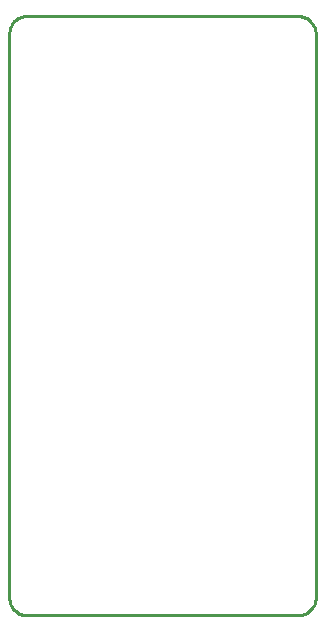
<source format=gbr>
G04 EAGLE Gerber RS-274X export*
G75*
%MOMM*%
%FSLAX34Y34*%
%LPD*%
%IN*%
%IPPOS*%
%AMOC8*
5,1,8,0,0,1.08239X$1,22.5*%
G01*
%ADD10C,0.254000*%


D10*
X0Y15000D02*
X57Y13693D01*
X228Y12395D01*
X511Y11118D01*
X905Y9870D01*
X1405Y8661D01*
X2010Y7500D01*
X2713Y6396D01*
X3509Y5358D01*
X4393Y4393D01*
X5358Y3509D01*
X6396Y2713D01*
X7500Y2010D01*
X8661Y1405D01*
X9870Y905D01*
X11118Y511D01*
X12395Y228D01*
X13693Y57D01*
X15000Y0D01*
X244388Y0D01*
X245695Y57D01*
X246992Y228D01*
X248270Y511D01*
X249518Y905D01*
X250727Y1405D01*
X251888Y2010D01*
X252991Y2713D01*
X254029Y3509D01*
X254994Y4393D01*
X255878Y5358D01*
X256675Y6396D01*
X257378Y7500D01*
X257982Y8661D01*
X258483Y9870D01*
X258876Y11118D01*
X259160Y12395D01*
X259330Y13693D01*
X259388Y15000D01*
X259388Y492500D01*
X259330Y493807D01*
X259160Y495105D01*
X258876Y496382D01*
X258483Y497630D01*
X257982Y498839D01*
X257378Y500000D01*
X256675Y501104D01*
X255878Y502142D01*
X254994Y503107D01*
X254029Y503991D01*
X252991Y504787D01*
X251888Y505490D01*
X250727Y506095D01*
X249518Y506595D01*
X248270Y506989D01*
X246992Y507272D01*
X245695Y507443D01*
X244388Y507500D01*
X15000Y507500D01*
X13693Y507443D01*
X12395Y507272D01*
X11118Y506989D01*
X9870Y506595D01*
X8661Y506095D01*
X7500Y505490D01*
X6396Y504787D01*
X5358Y503991D01*
X4393Y503107D01*
X3509Y502142D01*
X2713Y501104D01*
X2010Y500000D01*
X1405Y498839D01*
X905Y497630D01*
X511Y496382D01*
X228Y495105D01*
X57Y493807D01*
X0Y492500D01*
X0Y15000D01*
M02*

</source>
